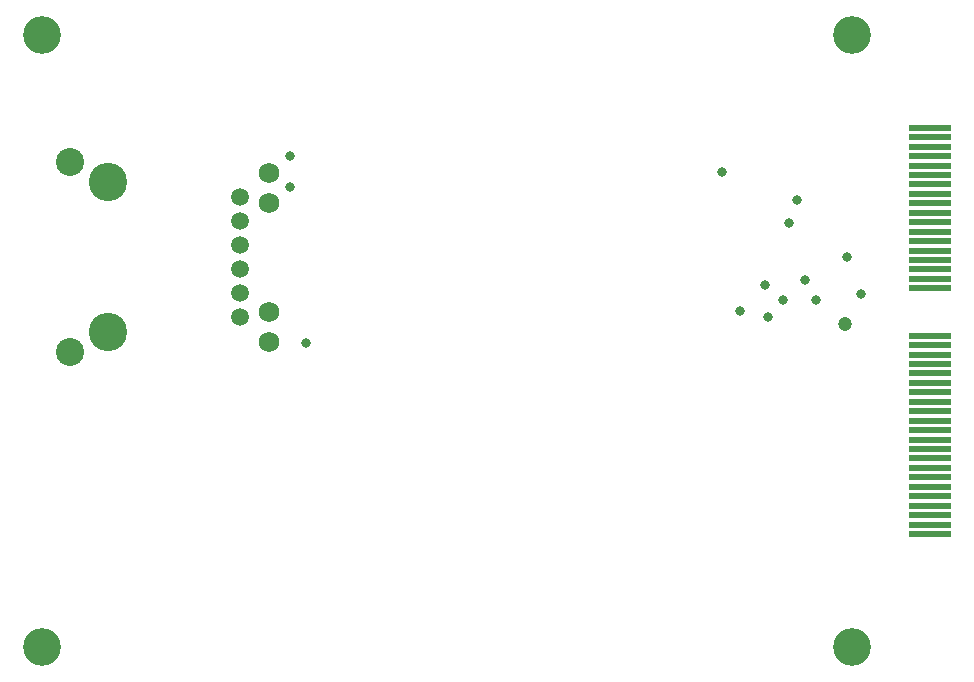
<source format=gbr>
%TF.GenerationSoftware,KiCad,Pcbnew,7.0.2*%
%TF.CreationDate,2024-05-18T23:20:31+02:00*%
%TF.ProjectId,dsoxlan,64736f78-6c61-46e2-9e6b-696361645f70,rev?*%
%TF.SameCoordinates,Original*%
%TF.FileFunction,Soldermask,Bot*%
%TF.FilePolarity,Negative*%
%FSLAX46Y46*%
G04 Gerber Fmt 4.6, Leading zero omitted, Abs format (unit mm)*
G04 Created by KiCad (PCBNEW 7.0.2) date 2024-05-18 23:20:31*
%MOMM*%
%LPD*%
G01*
G04 APERTURE LIST*
%ADD10R,3.600000X0.550000*%
%ADD11C,3.250000*%
%ADD12C,1.520000*%
%ADD13C,1.750000*%
%ADD14C,2.370000*%
%ADD15C,3.200000*%
%ADD16C,0.800000*%
%ADD17C,1.200000*%
G04 APERTURE END LIST*
D10*
%TO.C,P2*%
X190754000Y-104750000D03*
X190754000Y-103950000D03*
X190754000Y-103150000D03*
X190754000Y-102350000D03*
X190754000Y-101550000D03*
X190754000Y-100750000D03*
X190754000Y-99950000D03*
X190754000Y-99150000D03*
X190754000Y-98350000D03*
X190754000Y-97550000D03*
X190754000Y-96750000D03*
X190754000Y-95950000D03*
X190754000Y-95150000D03*
X190754000Y-94350000D03*
X190754000Y-93550000D03*
X190754000Y-92750000D03*
X190754000Y-91950000D03*
X190754000Y-91150000D03*
X190754000Y-90350000D03*
X190754000Y-89550000D03*
X190754000Y-88750000D03*
X190754000Y-87950000D03*
X190754000Y-83950000D03*
X190754000Y-83150000D03*
X190754000Y-82350000D03*
X190754000Y-81550000D03*
X190754000Y-80750000D03*
X190754000Y-79950000D03*
X190754000Y-79150000D03*
X190754000Y-78350000D03*
X190754000Y-77550000D03*
X190754000Y-76750000D03*
X190754000Y-75950000D03*
X190754000Y-75150000D03*
X190754000Y-74350000D03*
X190754000Y-73550000D03*
X190754000Y-72750000D03*
X190754000Y-71950000D03*
X190754000Y-71150000D03*
X190754000Y-70350000D03*
%TD*%
D11*
%TO.C,P1*%
X121130000Y-87640000D03*
X121130000Y-74940000D03*
D12*
X132300000Y-86360000D03*
X132300000Y-84330000D03*
X132300000Y-82300000D03*
X132300000Y-80270000D03*
X132300000Y-78240000D03*
X132300000Y-76210000D03*
D13*
X134770000Y-88510000D03*
X134770000Y-85970000D03*
X134770000Y-76720000D03*
X134770000Y-74180000D03*
D14*
X117960000Y-73230000D03*
X117960000Y-89360000D03*
%TD*%
D15*
%TO.C,H102*%
X115570000Y-114300000D03*
%TD*%
%TO.C,H101*%
X115570000Y-62484000D03*
%TD*%
%TO.C,H103*%
X184150000Y-62484000D03*
%TD*%
%TO.C,H104*%
X184150000Y-114300000D03*
%TD*%
D16*
X136600000Y-72700000D03*
X183680000Y-81280000D03*
X184900000Y-84400000D03*
X179500000Y-76500000D03*
X136600000Y-75400000D03*
X177000000Y-86400000D03*
X137900000Y-88600000D03*
D17*
X183515000Y-86995000D03*
D16*
X181100000Y-84900000D03*
X180200000Y-83198494D03*
X178270792Y-84949500D03*
X176800000Y-83700000D03*
X174700000Y-85900000D03*
X173160000Y-74100000D03*
X178800000Y-78400000D03*
M02*

</source>
